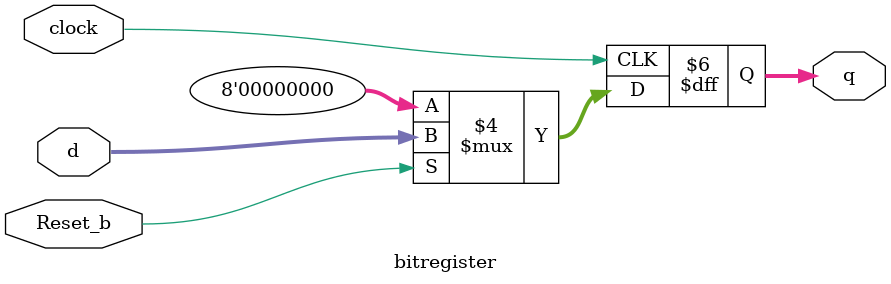
<source format=v>
module main(SW, KEY, LEDR, HEX0, HEX1, HEX2, HEX3, HEX4, HEX5);

	input [9:0] SW;
	input [3:0] KEY;
	output [9:0]LEDR;
	output [6:0] HEX0, HEX1, HEX2, HEX3, HEX4, HEX5;

	wire [7:0] tempout;
	wire [3:0] dataMem;

	ALU a0(.select(KEY[3:1]),
		.dataMem(SW[3:0]),
		.dataIn(LEDR[3:0]), 
		.outattempt(tempout),
		.rege(LEDR[7:0]));

	hexOut h0(.num(SW[3:0]), .hex(HEX0[6:0]));
	hexOut h1(.num('b0000), .hex(HEX1[6:0]));
	hexOut h2(.num('b0000), .hex(HEX2[6:0]));
	hexOut h3(.num('b0000), .hex(HEX3[6:0]));
	hexOut h4(.num(LEDR[3:0]), .hex(HEX4[6:0]));
	hexOut h5(.num(LEDR[7:4]), .hex(HEX5[6:0]));

	bitregister b15(.clock(KEY[0]), .Reset_b(SW[9]), .d(tempout), .q(LEDR[7:0]));


endmodule


module ALU(select, dataMem, dataIn, outattempt, rege);

	input [2:0] select;
	input [3:0] dataIn;
	input [3:0] dataMem;
	input [7:0] rege;
	reg [7:0] ALUout;


	wire [7:0] case0, case1, case2, case5, case6, case7;
	wire [3:0] Sum;
	wire COUT;
	output [7:0] outattempt;

	reg [7:0] case3, case4;



	rippleAdder u0( .aIn(dataMem[3:0]), .bIn(dataIn[3:0]), .s(Sum[3:0]), .cOut(COUT));


	assign case1 = dataMem+dataIn;

	assign case2[7:4] = ~(dataMem | dataIn);
	assign case2[3:0] = ~(dataMem & dataIn);

	always@(*)
	begin
		if(dataMem[3:0] | dataIn[3:0])
			case3 = 8'b11000000;
		else
			case3 = 8'b00000000;
		
		
		if(((~dataMem[3]&~dataMem[2]&dataMem[1]&dataMem[0])
			|(~dataMem[3]&dataMem[2]&~dataMem[1]&dataMem[0])
			|(~dataMem[3]&dataMem[2]&dataMem[1]&~dataMem[0])
			|(dataMem[3]&~dataMem[2]&~dataMem[1]&dataMem[0])
			|(dataMem[3]&~dataMem[2]&dataMem[1]&~dataMem[0])
			|(dataMem[3]&dataMem[2]&~dataMem[1]&~dataMem[0]))
			&((~dataIn[3]&dataIn[2]&dataIn[1]&dataIn[0])
			|(dataIn[3]&~dataIn[2]&dataIn[1]&dataIn[0])
			|(dataIn[3]&dataIn[2]&~dataIn[1]&dataIn[0])
			|(dataIn[3]&dataIn[2]&dataIn[1]&~dataIn[0])))
			case4 = 8'b00111111;
		else
			case4 = 8'b00000000;

	end

	assign {case5[7:4]} = {dataIn[3:0]};
	assign {case5[3:0]} = ~{dataMem[3:0]};

	assign case6[7:4] = dataMem ^ dataIn;
	assign case6[3:0] = dataMem ~^ dataIn;
	
	

	//assign case7[7:0] = ; //////////////////////////////////////////////

	always@(*)
	begin
		case(select[2:0])
			3'b000 : {ALUout[7:0]} = {{3{1'b0}}, COUT, Sum[3:0]};
			3'b001 : {ALUout[7:0]} = case1;
			3'b010 : {ALUout[7:0]} = case2;
			3'b011 : {ALUout[7:0]} = case3;
			3'b100 : {ALUout[7:0]} = case4;
			3'b101 : {ALUout[7:0]} = case5;
			3'b110 : {ALUout[7:0]} = case6;
			3'b111 : {ALUout[7:0]} = rege;
			default: {ALUout[7:0]} = 'b00000000;
		endcase
	end
	
	assign outattempt = ALUout;


	
	
endmodule




module hexOut(num, hex);
	input [3:0] num;
	output reg [6:0] hex;

	always@(*)
	begin
		case(num[3:0])
			4'b0000: {hex[6:0]} = 'b1000000; //0
			4'b0001: {hex[6:0]} = 'b1111001; //1
			4'b0010: {hex[6:0]} = 'b0100100; //2
			4'b0011: {hex[6:0]} = 'b0110000; //3
			4'b0100: {hex[6:0]} = 'b0011001; //4
			4'b0101: {hex[6:0]} = 'b0010010; //5
			4'b0110: {hex[6:0]} = 'b0000010; //6
			4'b0111: {hex[6:0]} = 'b1111000; //7
			4'b1000: {hex[6:0]} = 'b0000000; //8
			4'b1001: {hex[6:0]} = 'b0010000; //9
			4'b1010: {hex[6:0]} = 'b0001000; //A
			4'b1011: {hex[6:0]} = 'b0000011; //b
			4'b1100: {hex[6:0]} = 'b1000110; //C
			4'b1101: {hex[6:0]} = 'b0100001; //d
			4'b1110: {hex[6:0]} = 'b0000110; //E
			4'b1111: {hex[6:0]} = 'b0001110; //F
			default: {hex[6:0]} = 'b0000000; 
		endcase
	end
	
endmodule


module rippleAdder(aIn, bIn, s, cOut);

	input [3:0] aIn;
	input [3:0] bIn;
	output [3:0] s;
	output cOut;

	wire w1, w2, w3;

	adder u0(.A(aIn[0]), .B(bIn[0]), .cIn(0), .S(s[0]), .COut(w1));
	adder u1(.A(aIn[1]), .B(bIn[1]), .cIn(w1), .S(s[1]), .COut(w2));
	adder u2(.A(aIn[2]), .B(bIn[2]), .cIn(w2), .S(s[2]), .COut(w3));
	adder u3(.A(aIn[3]), .B(bIn[3]), .cIn(w3), .S(s[3]), .COut(cOut));

endmodule

module adder(A, B, cIn, S, COut);

	input A;
	input B;
	input cIn;
	output S;
	output COut;

	assign COut = (A & B) | (cIn & A) | (cIn & B);
	assign S = A ^ B ^ cIn;

endmodule

module bitregister(clock, Reset_b, d, q);

	input clock;
	input Reset_b;
	input [7:0] d;
	output reg [7:0] q;

	always@(posedge clock)
	begin
		if(Reset_b == 1'b0)
			q<=0;
		else
			q<=d;
	end

endmodule

</source>
